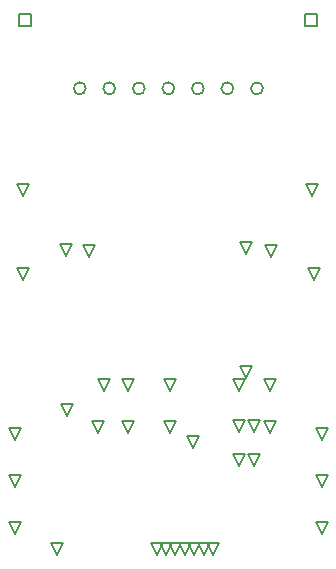
<source format=gbr>
%TF.GenerationSoftware,Altium Limited,Altium Designer,22.1.2 (22)*%
G04 Layer_Color=2752767*
%FSLAX26Y26*%
%MOIN*%
%TF.SameCoordinates,4CB55538-D73B-4A6B-AD5D-0D58206D9AAC*%
%TF.FilePolarity,Positive*%
%TF.FileFunction,Drawing*%
%TF.Part,Single*%
G01*
G75*
%TA.AperFunction,NonConductor*%
%ADD64C,0.005000*%
%ADD65C,0.006667*%
D64*
X-496378Y1871732D02*
Y1911732D01*
X-456378D01*
Y1871732D01*
X-496378D01*
X456378D02*
Y1911732D01*
X496378D01*
Y1871732D01*
X456378D01*
X485000Y1025000D02*
X465000Y1065000D01*
X505000D01*
X485000Y1025000D01*
X-485000D02*
X-505000Y1065000D01*
X-465000D01*
X-485000Y1025000D01*
X480000Y1305000D02*
X460000Y1345000D01*
X500000D01*
X480000Y1305000D01*
X-485000D02*
X-505000Y1345000D01*
X-465000D01*
X-485000Y1305000D01*
X511811Y491811D02*
X491811Y531811D01*
X531811D01*
X511811Y491811D01*
Y334331D02*
X491811Y374331D01*
X531811D01*
X511811Y334331D01*
Y176850D02*
X491811Y216850D01*
X531811D01*
X511811Y176850D01*
X-511811Y491811D02*
X-531811Y531811D01*
X-491811D01*
X-511811Y491811D01*
Y334331D02*
X-531811Y374331D01*
X-491811D01*
X-511811Y334331D01*
Y176850D02*
X-531811Y216850D01*
X-491811D01*
X-511811Y176850D01*
X-340000Y1105000D02*
X-360000Y1145000D01*
X-320000D01*
X-340000Y1105000D01*
X-265866Y1100000D02*
X-285866Y1140000D01*
X-245866D01*
X-265866Y1100000D01*
X259055Y699055D02*
X239055Y739055D01*
X279055D01*
X259055Y699055D01*
X259055Y1112035D02*
X239055Y1152035D01*
X279055D01*
X259055Y1112035D01*
X23622Y109094D02*
X3622Y149095D01*
X43622D01*
X23622Y109094D01*
X-337795Y569764D02*
X-357795Y609764D01*
X-317795D01*
X-337795Y569764D01*
X235000Y655000D02*
X215000Y695000D01*
X255000D01*
X235000Y655000D01*
X340000Y515000D02*
X320000Y555000D01*
X360000D01*
X340000Y515000D01*
Y655000D02*
X320000Y695000D01*
X360000D01*
X340000Y655000D01*
X5000Y515000D02*
X-15000Y555000D01*
X25000D01*
X5000Y515000D01*
Y655000D02*
X-15000Y695000D01*
X25000D01*
X5000Y655000D01*
X-135000Y515000D02*
X-155000Y555000D01*
X-115000D01*
X-135000Y515000D01*
Y655000D02*
X-155000Y695000D01*
X-115000D01*
X-135000Y655000D01*
X-235000Y515000D02*
X-255000Y555000D01*
X-215000D01*
X-235000Y515000D01*
X-213386Y655000D02*
X-233386Y695000D01*
X-193386D01*
X-213386Y655000D01*
X236811Y519685D02*
X216811Y559685D01*
X256811D01*
X236811Y519685D01*
X286811Y519370D02*
X266811Y559370D01*
X306811D01*
X286811Y519370D01*
Y405197D02*
X266811Y445197D01*
X306811D01*
X286811Y405197D01*
X236811D02*
X216811Y445197D01*
X256811D01*
X236811Y405197D01*
X81496Y463858D02*
X61496Y503858D01*
X101496D01*
X81496Y463858D01*
X149606Y109094D02*
X129606Y149095D01*
X169606D01*
X149606Y109094D01*
X118110D02*
X98110Y149095D01*
X138110D01*
X118110Y109094D01*
X86614D02*
X66614Y149095D01*
X106614D01*
X86614Y109094D01*
X55118D02*
X35118Y149095D01*
X75118D01*
X55118Y109094D01*
X-7874D02*
X-27874Y149095D01*
X12126D01*
X-7874Y109094D01*
X-39370D02*
X-59370Y149095D01*
X-19370D01*
X-39370Y109094D01*
X-370079D02*
X-390079Y149095D01*
X-350079D01*
X-370079Y109094D01*
X342520Y1100000D02*
X322520Y1140000D01*
X362520D01*
X342520Y1100000D01*
D65*
X315276Y1663386D02*
G03*
X315276Y1663386I-20000J0D01*
G01*
X216850D02*
G03*
X216850Y1663386I-20000J0D01*
G01*
X118425D02*
G03*
X118425Y1663386I-20000J0D01*
G01*
X20000D02*
G03*
X20000Y1663386I-20000J0D01*
G01*
X-78425D02*
G03*
X-78425Y1663386I-20000J0D01*
G01*
X-176850D02*
G03*
X-176850Y1663386I-20000J0D01*
G01*
X-275276D02*
G03*
X-275276Y1663386I-20000J0D01*
G01*
%TF.MD5,6e5f5dd67b0238a29f7784a13087f567*%
M02*

</source>
